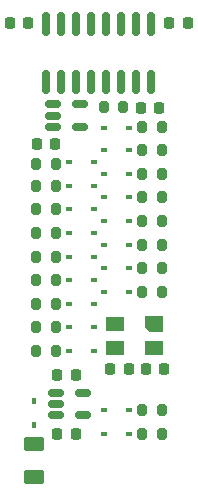
<source format=gbr>
%TF.GenerationSoftware,KiCad,Pcbnew,(6.0.8)*%
%TF.CreationDate,2022-12-14T23:26:50+01:00*%
%TF.ProjectId,rugged_nano,72756767-6564-45f6-9e61-6e6f2e6b6963,rev?*%
%TF.SameCoordinates,Original*%
%TF.FileFunction,Paste,Bot*%
%TF.FilePolarity,Positive*%
%FSLAX46Y46*%
G04 Gerber Fmt 4.6, Leading zero omitted, Abs format (unit mm)*
G04 Created by KiCad (PCBNEW (6.0.8)) date 2022-12-14 23:26:50*
%MOMM*%
%LPD*%
G01*
G04 APERTURE LIST*
G04 Aperture macros list*
%AMRoundRect*
0 Rectangle with rounded corners*
0 $1 Rounding radius*
0 $2 $3 $4 $5 $6 $7 $8 $9 X,Y pos of 4 corners*
0 Add a 4 corners polygon primitive as box body*
4,1,4,$2,$3,$4,$5,$6,$7,$8,$9,$2,$3,0*
0 Add four circle primitives for the rounded corners*
1,1,$1+$1,$2,$3*
1,1,$1+$1,$4,$5*
1,1,$1+$1,$6,$7*
1,1,$1+$1,$8,$9*
0 Add four rect primitives between the rounded corners*
20,1,$1+$1,$2,$3,$4,$5,0*
20,1,$1+$1,$4,$5,$6,$7,0*
20,1,$1+$1,$6,$7,$8,$9,0*
20,1,$1+$1,$8,$9,$2,$3,0*%
%AMOutline5P*
0 Free polygon, 5 corners , with rotation*
0 The origin of the aperture is its center*
0 number of corners: always 5*
0 $1 to $10 corner X, Y*
0 $11 Rotation angle, in degrees counterclockwise*
0 create outline with 5 corners*
4,1,5,$1,$2,$3,$4,$5,$6,$7,$8,$9,$10,$1,$2,$11*%
%AMOutline6P*
0 Free polygon, 6 corners , with rotation*
0 The origin of the aperture is its center*
0 number of corners: always 6*
0 $1 to $12 corner X, Y*
0 $13 Rotation angle, in degrees counterclockwise*
0 create outline with 6 corners*
4,1,6,$1,$2,$3,$4,$5,$6,$7,$8,$9,$10,$11,$12,$1,$2,$13*%
%AMOutline7P*
0 Free polygon, 7 corners , with rotation*
0 The origin of the aperture is its center*
0 number of corners: always 7*
0 $1 to $14 corner X, Y*
0 $15 Rotation angle, in degrees counterclockwise*
0 create outline with 7 corners*
4,1,7,$1,$2,$3,$4,$5,$6,$7,$8,$9,$10,$11,$12,$13,$14,$1,$2,$15*%
%AMOutline8P*
0 Free polygon, 8 corners , with rotation*
0 The origin of the aperture is its center*
0 number of corners: always 8*
0 $1 to $16 corner X, Y*
0 $17 Rotation angle, in degrees counterclockwise*
0 create outline with 8 corners*
4,1,8,$1,$2,$3,$4,$5,$6,$7,$8,$9,$10,$11,$12,$13,$14,$15,$16,$1,$2,$17*%
G04 Aperture macros list end*
%ADD10RoundRect,0.250000X-0.625000X0.375000X-0.625000X-0.375000X0.625000X-0.375000X0.625000X0.375000X0*%
%ADD11RoundRect,0.200000X0.200000X0.275000X-0.200000X0.275000X-0.200000X-0.275000X0.200000X-0.275000X0*%
%ADD12RoundRect,0.225000X0.225000X0.250000X-0.225000X0.250000X-0.225000X-0.250000X0.225000X-0.250000X0*%
%ADD13R,0.600000X0.450000*%
%ADD14RoundRect,0.150000X0.150000X-0.825000X0.150000X0.825000X-0.150000X0.825000X-0.150000X-0.825000X0*%
%ADD15RoundRect,0.150000X-0.512500X-0.150000X0.512500X-0.150000X0.512500X0.150000X-0.512500X0.150000X0*%
%ADD16RoundRect,0.200000X-0.200000X-0.275000X0.200000X-0.275000X0.200000X0.275000X-0.200000X0.275000X0*%
%ADD17RoundRect,0.225000X-0.225000X-0.250000X0.225000X-0.250000X0.225000X0.250000X-0.225000X0.250000X0*%
%ADD18R,0.450000X0.600000*%
%ADD19R,1.600000X1.300000*%
%ADD20Outline5P,-0.800000X0.650000X0.410000X0.650000X0.800000X0.260000X0.800000X-0.650000X-0.800000X-0.650000X180.000000*%
G04 APERTURE END LIST*
D10*
%TO.C,F2*%
X144120000Y-89660000D03*
X144120000Y-92460000D03*
%TD*%
D11*
%TO.C,R7*%
X145945000Y-77810000D03*
X144295000Y-77810000D03*
%TD*%
%TO.C,R2*%
X145945000Y-67810000D03*
X144295000Y-67810000D03*
%TD*%
D12*
%TO.C,C4*%
X147645000Y-83810000D03*
X146095000Y-83810000D03*
%TD*%
D11*
%TO.C,R8*%
X145945000Y-79810000D03*
X144295000Y-79810000D03*
%TD*%
D13*
%TO.C,D20*%
X152170000Y-64807500D03*
X150070000Y-64807500D03*
%TD*%
D14*
%TO.C,U4*%
X154065000Y-59035000D03*
X152795000Y-59035000D03*
X151525000Y-59035000D03*
X150255000Y-59035000D03*
X148985000Y-59035000D03*
X147715000Y-59035000D03*
X146445000Y-59035000D03*
X145175000Y-59035000D03*
X145175000Y-54085000D03*
X146445000Y-54085000D03*
X147715000Y-54085000D03*
X148985000Y-54085000D03*
X150255000Y-54085000D03*
X151525000Y-54085000D03*
X152795000Y-54085000D03*
X154065000Y-54085000D03*
%TD*%
D15*
%TO.C,U3*%
X145732500Y-62835000D03*
X145732500Y-61885000D03*
X145732500Y-60935000D03*
X148007500Y-60935000D03*
X148007500Y-62835000D03*
%TD*%
D13*
%TO.C,D4*%
X147070000Y-71812500D03*
X149170000Y-71812500D03*
%TD*%
%TO.C,D9*%
X147070000Y-81812500D03*
X149170000Y-81812500D03*
%TD*%
%TO.C,D6*%
X147070000Y-75812500D03*
X149170000Y-75812500D03*
%TD*%
D16*
%TO.C,R14*%
X153295000Y-76810000D03*
X154945000Y-76810000D03*
%TD*%
D13*
%TO.C,D1*%
X152170000Y-86807500D03*
X150070000Y-86807500D03*
%TD*%
D12*
%TO.C,C5*%
X147645000Y-88810000D03*
X146095000Y-88810000D03*
%TD*%
D16*
%TO.C,R16*%
X153295000Y-72810000D03*
X154945000Y-72810000D03*
%TD*%
%TO.C,R15*%
X153295000Y-74810000D03*
X154945000Y-74810000D03*
%TD*%
D17*
%TO.C,C6*%
X144345000Y-64310000D03*
X145895000Y-64310000D03*
%TD*%
D16*
%TO.C,R1*%
X153295000Y-86810000D03*
X154945000Y-86810000D03*
%TD*%
D13*
%TO.C,D2*%
X147070000Y-67812500D03*
X149170000Y-67812500D03*
%TD*%
D16*
%TO.C,R17*%
X153295000Y-70810000D03*
X154945000Y-70810000D03*
%TD*%
D11*
%TO.C,R4*%
X145945000Y-71810000D03*
X144295000Y-71810000D03*
%TD*%
D12*
%TO.C,C10*%
X154745000Y-61260000D03*
X153195000Y-61260000D03*
%TD*%
D13*
%TO.C,D18*%
X152170000Y-68807500D03*
X150070000Y-68807500D03*
%TD*%
D11*
%TO.C,R28*%
X151670000Y-61185000D03*
X150020000Y-61185000D03*
%TD*%
D12*
%TO.C,C2*%
X152145000Y-83310000D03*
X150595000Y-83310000D03*
%TD*%
D13*
%TO.C,D7*%
X147070000Y-77812500D03*
X149170000Y-77812500D03*
%TD*%
%TO.C,D22*%
X147070000Y-65812500D03*
X149170000Y-65812500D03*
%TD*%
D11*
%TO.C,R5*%
X145945000Y-73810000D03*
X144295000Y-73810000D03*
%TD*%
D18*
%TO.C,D23*%
X144117500Y-86010000D03*
X144117500Y-88110000D03*
%TD*%
D11*
%TO.C,R9*%
X145945000Y-81810000D03*
X144295000Y-81810000D03*
%TD*%
D13*
%TO.C,D14*%
X152170000Y-76807500D03*
X150070000Y-76807500D03*
%TD*%
D16*
%TO.C,R19*%
X153295000Y-66810000D03*
X154945000Y-66810000D03*
%TD*%
D11*
%TO.C,R22*%
X145945000Y-65935000D03*
X144295000Y-65935000D03*
%TD*%
D16*
%TO.C,R21*%
X153295000Y-62810000D03*
X154945000Y-62810000D03*
%TD*%
D13*
%TO.C,D16*%
X152170000Y-72807500D03*
X150070000Y-72807500D03*
%TD*%
D12*
%TO.C,C3*%
X155145000Y-83310000D03*
X153595000Y-83310000D03*
%TD*%
D16*
%TO.C,R18*%
X153295000Y-68810000D03*
X154945000Y-68810000D03*
%TD*%
D13*
%TO.C,D19*%
X152170000Y-66807500D03*
X150070000Y-66807500D03*
%TD*%
D16*
%TO.C,R10*%
X153295000Y-88812500D03*
X154945000Y-88812500D03*
%TD*%
D13*
%TO.C,D21*%
X152170000Y-62907500D03*
X150070000Y-62907500D03*
%TD*%
D11*
%TO.C,R3*%
X145945000Y-69810000D03*
X144295000Y-69810000D03*
%TD*%
D13*
%TO.C,D15*%
X152170000Y-74807500D03*
X150070000Y-74807500D03*
%TD*%
%TO.C,D8*%
X147070000Y-79812500D03*
X149170000Y-79812500D03*
%TD*%
%TO.C,D17*%
X152170000Y-70807500D03*
X150070000Y-70807500D03*
%TD*%
%TO.C,D5*%
X147070000Y-73812500D03*
X149170000Y-73812500D03*
%TD*%
D15*
%TO.C,U2*%
X145982500Y-87260000D03*
X145982500Y-86310000D03*
X145982500Y-85360000D03*
X148257500Y-85360000D03*
X148257500Y-87260000D03*
%TD*%
D11*
%TO.C,R6*%
X145945000Y-75810000D03*
X144295000Y-75810000D03*
%TD*%
D12*
%TO.C,C11*%
X157145000Y-54060000D03*
X155595000Y-54060000D03*
%TD*%
D13*
%TO.C,D3*%
X147070000Y-69812500D03*
X149170000Y-69812500D03*
%TD*%
%TO.C,D10*%
X152170000Y-88810000D03*
X150070000Y-88810000D03*
%TD*%
D19*
%TO.C,Y1*%
X154270000Y-81560000D03*
X150970000Y-81560000D03*
X150970000Y-79560000D03*
D20*
X154270000Y-79560000D03*
%TD*%
D16*
%TO.C,R20*%
X153295000Y-64810000D03*
X154945000Y-64810000D03*
%TD*%
D12*
%TO.C,C13*%
X143645000Y-54060000D03*
X142095000Y-54060000D03*
%TD*%
M02*

</source>
